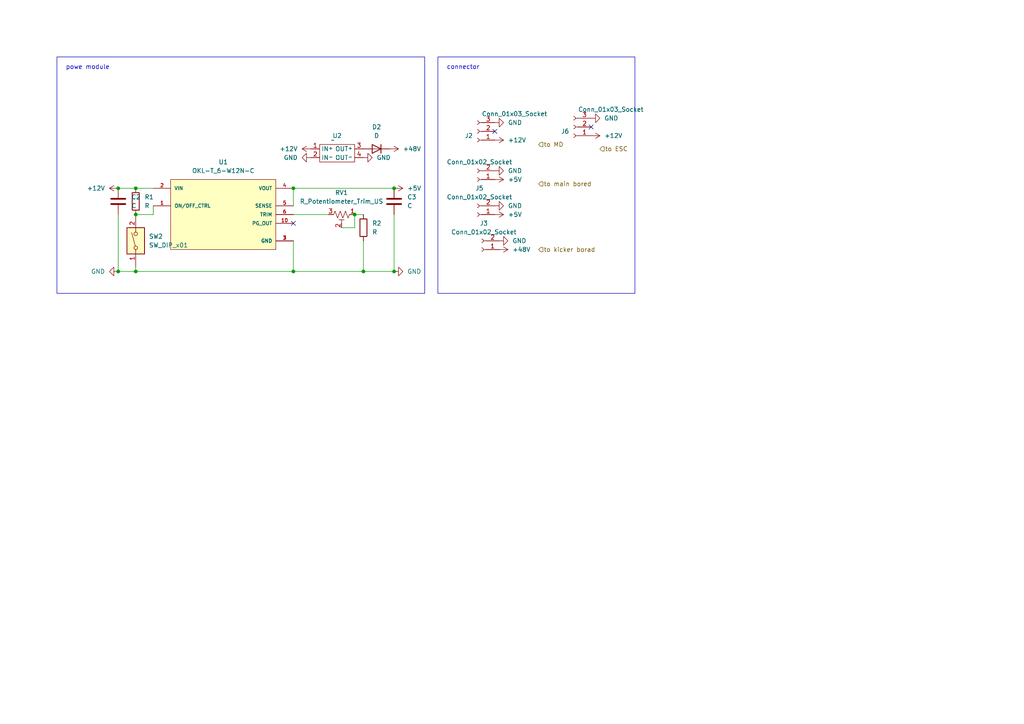
<source format=kicad_sch>
(kicad_sch (version 20230121) (generator eeschema)
  (paper "A4")
  (lib_symbols
    (symbol "Connector:Conn_01x02_Socket" (pin_names (offset 1.016) hide)
      (property "Reference" "J" (at 0 2.54 0))
      (property "Value" "Conn_01x02_Socket" (at 0 -5.08 0))
      (symbol "Conn_01x02_Socket_1_1"
        (arc (start 0 -2.032) (mid -0.5058 -2.54) (end 0 -3.048) (stroke (width 0.1524)))
        (polyline (pts (xy -1.27 -2.54) (xy -0.508 -2.54)) (stroke (width 0.1524)))
        (polyline (pts (xy -1.27 0) (xy -0.508 0)) (stroke (width 0.1524)))
        (arc (start 0 0.508) (mid -0.5058 0) (end 0 -0.508) (stroke (width 0.1524)))
        (pin passive line (at -5.08 0 0) (length 3.81) (name "Pin_1") (number "1"))
        (pin passive line (at -5.08 -2.54 0) (length 3.81) (name "Pin_2") (number "2"))
      )
    )
    (symbol "Connector:Conn_01x03_Socket" (pin_names (offset 1.016) hide)
      (property "Reference" "J" (at 0 5.08 0))
      (property "Value" "Conn_01x03_Socket" (at 0 -5.08 0))
      (symbol "Conn_01x03_Socket_1_1"
        (arc (start 0 -2.032) (mid -0.5058 -2.54) (end 0 -3.048) (stroke (width 0.1524)))
        (polyline (pts (xy -1.27 -2.54) (xy -0.508 -2.54)) (stroke (width 0.1524)))
        (polyline (pts (xy -1.27 0) (xy -0.508 0)) (stroke (width 0.1524)))
        (polyline (pts (xy -1.27 2.54) (xy -0.508 2.54)) (stroke (width 0.1524)))
        (arc (start 0 0.508) (mid -0.5058 0) (end 0 -0.508) (stroke (width 0.1524)))
        (arc (start 0 3.048) (mid -0.5058 2.54) (end 0 2.032) (stroke (width 0.1524)))
        (pin passive line (at -5.08 2.54 0) (length 3.81) (name "Pin_1") (number "1"))
        (pin passive line (at -5.08 0 0) (length 3.81) (name "Pin_2") (number "2"))
        (pin passive line (at -5.08 -2.54 0) (length 3.81) (name "Pin_3") (number "3"))
      )
    )
    (symbol "Device:C" (pin_numbers hide) (pin_names (offset 0.254))
      (property "Reference" "C" (at 0.635 2.54 0))
      (property "Value" "C" (at 0.635 -2.54 0))
      (symbol "C_0_1"
        (polyline (pts (xy -2.032 -0.762) (xy 2.032 -0.762)) (stroke (width 0.508)))
        (polyline (pts (xy -2.032 0.762) (xy 2.032 0.762)) (stroke (width 0.508)))
      )
      (symbol "C_1_1"
        (pin passive line (at 0 3.81 270) (length 2.794) (name "~") (number "1"))
        (pin passive line (at 0 -3.81 90) (length 2.794) (name "~") (number "2"))
      )
    )
    (symbol "Device:D" (pin_numbers hide) (pin_names (offset 1.016) hide)
      (property "Reference" "D" (at 0 2.54 0))
      (property "Value" "D" (at 0 -2.54 0))
      (symbol "D_0_1"
        (polyline (pts (xy -1.27 1.27) (xy -1.27 -1.27)) (stroke (width 0.254)))
        (polyline (pts (xy 1.27 0) (xy -1.27 0)))
        (polyline (pts (xy 1.27 1.27) (xy 1.27 -1.27) (xy -1.27 0) (xy 1.27 1.27)) (stroke (width 0.254)))
      )
      (symbol "D_1_1"
        (pin passive line (at -3.81 0 0) (length 2.54) (name "K") (number "1"))
        (pin passive line (at 3.81 0 180) (length 2.54) (name "A") (number "2"))
      )
    )
    (symbol "Device:R" (pin_numbers hide) (pin_names (offset 0))
      (property "Reference" "R" (at 2.032 0 90))
      (property "Value" "R" (at 0 0 90))
      (symbol "R_0_1"
        (rectangle (start -1.016 -2.54) (end 1.016 2.54) (stroke (width 0.254)))
      )
      (symbol "R_1_1"
        (pin passive line (at 0 3.81 270) (length 1.27) (name "~") (number "1"))
        (pin passive line (at 0 -3.81 90) (length 1.27) (name "~") (number "2"))
      )
    )
    (symbol "Device:R_Potentiometer_Trim_US" (pin_names (offset 1.016) hide)
      (property "Reference" "RV" (at -4.445 0 90))
      (property "Value" "R_Potentiometer_Trim_US" (at -2.54 0 90))
      (symbol "R_Potentiometer_Trim_US_0_1"
        (polyline (pts (xy 0 -2.286) (xy 0 -2.54)))
        (polyline (pts (xy 0 2.286) (xy 0 2.54)))
        (polyline (pts (xy 1.524 0.762) (xy 1.524 -0.762)))
        (polyline (pts (xy 2.54 0) (xy 1.524 0)))
        (polyline (pts (xy 0 -0.762) (xy 1.016 -1.143) (xy 0 -1.524) (xy -1.016 -1.905) (xy 0 -2.286)))
        (polyline (pts (xy 0 0.762) (xy 1.016 0.381) (xy 0 0) (xy -1.016 -0.381) (xy 0 -0.762)))
        (polyline (pts (xy 0 2.286) (xy 1.016 1.905) (xy 0 1.524) (xy -1.016 1.143) (xy 0 0.762)))
      )
      (symbol "R_Potentiometer_Trim_US_1_1"
        (pin passive line (at 0 3.81 270) (length 1.27) (name "1") (number "1"))
        (pin passive line (at 3.81 0 180) (length 1.27) (name "2") (number "2"))
        (pin passive line (at 0 -3.81 90) (length 1.27) (name "3") (number "3"))
      )
    )
    (symbol "OKL-T_6-W12N-C:OKL-T_6-W12N-C" (pin_names (offset 1.016))
      (property "Reference" "U" (at -15.24 10.922 0))
      (property "Value" "OKL-T_6-W12N-C" (at -15.24 -12.7 0))
      (symbol "OKL-T_6-W12N-C_0_0"
        (rectangle (start -15.24 -10.16) (end 15.24 10.16) (stroke (width 0.1524)) (fill (type background)))
        (pin input line (at -20.32 2.54 0) (length 5.08) (name "ON/OFF_CTRL") (number "1"))
        (pin output line (at 20.32 -2.54 180) (length 5.08) (name "PG_OUT") (number "10"))
        (pin input line (at -20.32 7.62 0) (length 5.08) (name "VIN") (number "2"))
        (pin power_in line (at 20.32 -7.62 180) (length 5.08) (name "GND") (number "3"))
        (pin output line (at 20.32 7.62 180) (length 5.08) (name "VOUT") (number "4"))
        (pin input line (at 20.32 2.54 180) (length 5.08) (name "SENSE") (number "5"))
        (pin input line (at 20.32 0 180) (length 5.08) (name "TRIM") (number "6"))
        (pin power_in line (at 20.32 -7.62 180) (length 5.08) (name "GND") (number "7"))
      )
    )
    (symbol "Switch:SW_DIP_x01" (pin_names (offset 0) hide)
      (property "Reference" "SW" (at 0 3.81 0))
      (property "Value" "SW_DIP_x01" (at 0 -3.81 0))
      (symbol "SW_DIP_x01_0_0"
        (circle (center -2.032 0) (radius 0.508))
        (polyline (pts (xy -1.524 0.127) (xy 2.3622 1.1684)))
        (circle (center 2.032 0) (radius 0.508))
      )
      (symbol "SW_DIP_x01_0_1"
        (rectangle (start -3.81 2.54) (end 3.81 -2.54) (stroke (width 0.254)) (fill (type background)))
      )
      (symbol "SW_DIP_x01_1_1"
        (pin passive line (at -7.62 0 0) (length 5.08) (name "~") (number "1"))
        (pin passive line (at 7.62 0 180) (length 5.08) (name "~") (number "2"))
      )
    )
    (symbol "XL6009:XL6009"
      (property "Reference" "U" (at 0 0 0))
      (symbol "XL6009_0_1"
        (rectangle (start -3.81 -1.27) (end 6.35 -6.35))
      )
      (symbol "XL6009_1_1"
        (pin input line (at -6.35 -2.54 0) (length 2.54) (name "IN＋") (number "1"))
        (pin input line (at -6.35 -5.08 0) (length 2.54) (name "IN－") (number "2"))
        (pin input line (at 8.89 -2.54 180) (length 2.54) (name "OUT＋") (number "3"))
        (pin input line (at 8.89 -5.08 180) (length 2.54) (name "OUT－") (number "4"))
      )
    )
    (symbol "power:+12V" (power) (pin_names (offset 0))
      (property "Value" "+12V" (at 0 3.556 0))
      (symbol "+12V_0_1"
        (polyline (pts (xy -0.762 1.27) (xy 0 2.54)))
        (polyline (pts (xy 0 0) (xy 0 2.54)))
        (polyline (pts (xy 0 2.54) (xy 0.762 1.27)))
      )
      (symbol "+12V_1_1"
        (pin power_in line (at 0 0 90) (length 0) hide (name "+12V") (number "1"))
      )
    )
    (symbol "power:+48V" (power) (pin_names (offset 0))
      (property "Value" "+48V" (at 0 3.556 0))
      (symbol "+48V_0_1"
        (polyline (pts (xy -0.762 1.27) (xy 0 2.54)))
        (polyline (pts (xy 0 0) (xy 0 2.54)))
        (polyline (pts (xy 0 2.54) (xy 0.762 1.27)))
      )
      (symbol "+48V_1_1"
        (pin power_in line (at 0 0 90) (length 0) hide (name "+48V") (number "1"))
      )
    )
    (symbol "power:+5V" (power) (pin_names (offset 0))
      (property "Value" "+5V" (at 0 3.556 0))
      (symbol "+5V_0_1"
        (polyline (pts (xy -0.762 1.27) (xy 0 2.54)))
        (polyline (pts (xy 0 0) (xy 0 2.54)))
        (polyline (pts (xy 0 2.54) (xy 0.762 1.27)))
      )
      (symbol "+5V_1_1"
        (pin power_in line (at 0 0 90) (length 0) hide (name "+5V") (number "1"))
      )
    )
    (symbol "power:GND" (power) (pin_names (offset 0))
      (property "Value" "GND" (at 0 -3.81 0))
      (symbol "GND_0_1"
        (polyline (pts (xy 0 0) (xy 0 -1.27) (xy 1.27 -1.27) (xy 0 -2.54) (xy -1.27 -1.27) (xy 0 -1.27)))
      )
      (symbol "GND_1_1"
        (pin power_in line (at 0 0 270) (length 0) hide (name "GND") (number "1"))
      )
    )
  )
  (junction (at 105.41 78.74))
  (junction (at 39.37 54.61))
  (junction (at 102.87 62.23))
  (junction (at 85.09 78.74))
  (junction (at 114.3 54.61))
  (junction (at 114.3 78.74))
  (junction (at 39.37 62.23))
  (junction (at 39.37 78.74))
  (junction (at 85.09 54.61))
  (junction (at 34.29 54.61))
  (junction (at 34.29 78.74))
  (no_connect (at 171.45 36.83))
  (no_connect (at 143.51 38.1))
  (no_connect (at 85.09 64.77))
  (wire (pts (xy 102.87 66.04) (xy 102.87 62.23)))
  (wire (pts (xy 34.29 62.23) (xy 34.29 78.74)))
  (wire (pts (xy 85.09 54.61) (xy 85.09 59.69)))
  (wire (pts (xy 114.3 62.23) (xy 114.3 78.74)))
  (wire (pts (xy 85.09 62.23) (xy 95.25 62.23)))
  (wire (pts (xy 39.37 78.74) (xy 39.37 77.47)))
  (wire (pts (xy 105.41 78.74) (xy 105.41 69.85)))
  (wire (pts (xy 105.41 62.23) (xy 102.87 62.23)))
  (wire (pts (xy 34.29 78.74) (xy 39.37 78.74)))
  (wire (pts (xy 114.3 78.74) (xy 105.41 78.74)))
  (wire (pts (xy 99.06 66.04) (xy 102.87 66.04)))
  (wire (pts (xy 114.3 54.61) (xy 85.09 54.61)))
  (wire (pts (xy 44.45 62.23) (xy 39.37 62.23)))
  (wire (pts (xy 44.45 59.69) (xy 44.45 62.23)))
  (wire (pts (xy 39.37 54.61) (xy 44.45 54.61)))
  (wire (pts (xy 85.09 78.74) (xy 39.37 78.74)))
  (wire (pts (xy 85.09 78.74) (xy 105.41 78.74)))
  (wire (pts (xy 85.09 69.85) (xy 85.09 78.74)))
  (wire (pts (xy 34.29 54.61) (xy 39.37 54.61)))
  (rectangle (start 127 16.51) (end 184.15 85.09))
  (rectangle (start 16.51 16.51) (end 123.19 85.09))
  (text "powe module\n" (at 19.05 20.32 0) (effects (font (size 1.27 1.27)) (justify left bottom)))
  (text "connector\n" (at 129.54 20.32 0) (effects (font (size 1.27 1.27)) (justify left bottom)))
  (hierarchical_label "to kicker borad" (shape input) (at 156.21 72.39 0))
  (hierarchical_label "to main bored" (shape input) (at 156.21 53.34 0))
  (hierarchical_label "to ESC" (shape input) (at 173.99 43.18 0))
  (hierarchical_label "to MD" (shape input) (at 156.21 41.91 0))
  (symbol (lib_id "Connector:Conn_01x03_Socket") (at 166.37 36.83 180) (unit 1)
    (property "Reference" "J6" (at 165.1 38.1 0) (effects (justify left)))
    (property "Value" "Conn_01x03_Socket" (at 186.69 31.75 0) (effects (justify left)))
    (property "Footprint" "Connector_JST:JST_XH_B3B-XH-A_1x03_P2.50mm_Vertical" (effects hide))
  )
  (symbol (lib_id "power:+48V") (at 113.03 43.18 270) (unit 1)
    (property "Reference" "#PWR018" (effects hide))
    (property "Value" "+48V" (at 116.84 43.18 90) (effects (justify left)))
  )
  (symbol (lib_id "Device:R") (at 105.41 66.04 0) (unit 1)
    (property "Reference" "R2" (at 107.95 64.77 0) (effects (justify left)))
    (property "Value" "R" (at 107.95 67.31 0) (effects (justify left)))
    (property "Footprint" "Resistor_THT:R_Axial_DIN0204_L3.6mm_D1.6mm_P5.08mm_Horizontal" (effects hide))
  )
  (symbol (lib_id "power:GND") (at 144.78 69.85 90) (unit 1)
    (property "Reference" "#PWR020" (effects hide))
    (property "Value" "GND" (at 148.59 69.85 90) (effects (justify right)))
  )
  (symbol (lib_id "power:GND") (at 114.3 78.74 90) (unit 1)
    (property "Reference" "#PWR06" (effects hide))
    (property "Value" "GND" (at 118.11 78.74 90) (effects (justify right)))
  )
  (symbol (lib_id "power:+5V") (at 114.3 54.61 270) (unit 1)
    (property "Reference" "#PWR05" (effects hide))
    (property "Value" "+5V" (at 118.11 54.61 90) (effects (justify left)))
  )
  (symbol (lib_id "power:GND") (at 105.41 45.72 90) (unit 1)
    (property "Reference" "#PWR017" (effects hide))
    (property "Value" "GND" (at 109.22 45.72 90) (effects (justify right)))
  )
  (symbol (lib_id "Device:R_Potentiometer_Trim_US") (at 99.06 62.23 270) (unit 1)
    (property "Reference" "RV1" (at 99.06 55.88 90))
    (property "Value" "R_Potentiometer_Trim_US" (at 99.06 58.42 90))
    (property "Footprint" "Potentiometer_THT:Potentiometer_Bourns_3296W_Vertical" (effects hide))
  )
  (symbol (lib_id "Switch:SW_DIP_x01") (at 39.37 69.85 90) (unit 1)
    (property "Reference" "SW2" (at 43.18 68.58 90) (effects (justify right)))
    (property "Value" "SW_DIP_x01" (at 43.18 71.12 90) (effects (justify right)))
    (property "Footprint" "Connector_JST:JST_XH_B3B-XH-A_1x03_P2.50mm_Vertical" (effects hide))
  )
  (symbol (lib_id "power:GND") (at 90.17 45.72 270) (unit 1)
    (property "Reference" "#PWR012" (effects hide))
    (property "Value" "GND" (at 86.36 45.72 90) (effects (justify right)))
  )
  (symbol (lib_id "OKL-T_6-W12N-C:OKL-T_6-W12N-C") (at 64.77 62.23 0) (unit 1)
    (property "Reference" "U1" (at 64.77 46.99 0))
    (property "Value" "OKL-T_6-W12N-C" (at 64.77 49.53 0))
    (property "Footprint" "_Others:DCDC-murata-6A" (effects hide))
  )
  (symbol (lib_id "XL6009:XL6009") (at 96.52 40.64 0) (unit 1)
    (property "Reference" "U2" (at 97.79 39.37 0))
    (property "Value" "~" (at 96.52 40.64 0))
    (property "Footprint" "XL6009:XL6009" (effects hide))
  )
  (symbol (lib_id "power:+5V") (at 143.51 52.07 270) (unit 1)
    (property "Reference" "#PWR014" (effects hide))
    (property "Value" "+5V" (at 147.32 52.07 90) (effects (justify left)))
  )
  (symbol (lib_id "Device:C") (at 34.29 58.42 0) (unit 1)
    (property "Reference" "C2" (at 38.1 57.15 0) (effects (justify left)))
    (property "Value" "C" (at 38.1 59.69 0) (effects (justify left)))
    (property "Footprint" "Capacitor_THT:C_Disc_D3.8mm_W2.6mm_P2.50mm" (effects hide))
  )
  (symbol (lib_id "Connector:Conn_01x03_Socket") (at 138.43 38.1 180) (unit 1)
    (property "Reference" "J2" (at 137.16 39.37 0) (effects (justify left)))
    (property "Value" "Conn_01x03_Socket" (at 158.75 33.02 0) (effects (justify left)))
    (property "Footprint" "Connector_JST:JST_XH_B3B-XH-A_1x03_P2.50mm_Vertical" (effects hide))
  )
  (symbol (lib_id "power:+12V") (at 34.29 54.61 90) (unit 1)
    (property "Reference" "#PWR04" (effects hide))
    (property "Value" "+12V" (at 30.48 54.61 90) (effects (justify left)))
  )
  (symbol (lib_id "power:GND") (at 34.29 78.74 270) (unit 1)
    (property "Reference" "#PWR03" (effects hide))
    (property "Value" "GND" (at 30.48 78.74 90) (effects (justify right)))
  )
  (symbol (lib_id "Connector:Conn_01x02_Socket") (at 138.43 52.07 180) (unit 1)
    (property "Reference" "J4" (effects hide))
    (property "Value" "Conn_01x02_Socket" (at 139.065 46.99 0))
    (property "Footprint" "Connector_JST:JST_XH_B2B-XH-A_1x02_P2.50mm_Vertical" (effects hide))
  )
  (symbol (lib_id "power:GND") (at 143.51 35.56 90) (unit 1)
    (property "Reference" "#PWR09" (effects hide))
    (property "Value" "GND" (at 147.32 35.56 90) (effects (justify right)))
  )
  (symbol (lib_id "Device:C") (at 114.3 58.42 0) (unit 1)
    (property "Reference" "C3" (at 118.11 57.15 0) (effects (justify left)))
    (property "Value" "C" (at 118.11 59.69 0) (effects (justify left)))
    (property "Footprint" "Capacitor_THT:C_Disc_D3.8mm_W2.6mm_P2.50mm" (effects hide))
  )
  (symbol (lib_id "power:GND") (at 143.51 59.69 90) (unit 1)
    (property "Reference" "#PWR015" (effects hide))
    (property "Value" "GND" (at 147.32 59.69 90) (effects (justify right)))
  )
  (symbol (lib_id "power:GND") (at 171.45 34.29 90) (unit 1)
    (property "Reference" "#PWR021" (effects hide))
    (property "Value" "GND" (at 175.26 34.29 90) (effects (justify right)))
  )
  (symbol (lib_id "power:+12V") (at 143.51 40.64 270) (unit 1)
    (property "Reference" "#PWR010" (effects hide))
    (property "Value" "+12V" (at 147.32 40.64 90) (effects (justify left)))
  )
  (symbol (lib_id "Connector:Conn_01x02_Socket") (at 139.7 72.39 180) (unit 1)
    (property "Reference" "J3" (at 140.335 64.77 0))
    (property "Value" "Conn_01x02_Socket" (at 140.335 67.31 0))
    (property "Footprint" "Connector_JST:JST_VH_B2P-VH_1x02_P3.96mm_Vertical" (effects hide))
  )
  (symbol (lib_id "power:+48V") (at 144.78 72.39 270) (unit 1)
    (property "Reference" "#PWR019" (effects hide))
    (property "Value" "+48V" (at 148.59 72.39 90) (effects (justify left)))
  )
  (symbol (lib_id "power:+12V") (at 90.17 43.18 90) (unit 1)
    (property "Reference" "#PWR011" (effects hide))
    (property "Value" "+12V" (at 86.36 43.18 90) (effects (justify left)))
  )
  (symbol (lib_id "Device:R") (at 39.37 58.42 0) (unit 1)
    (property "Reference" "R1" (at 41.91 57.15 0) (effects (justify left)))
    (property "Value" "R" (at 41.91 59.69 0) (effects (justify left)))
    (property "Footprint" "Resistor_THT:R_Axial_DIN0204_L3.6mm_D1.6mm_P5.08mm_Horizontal" (effects hide))
  )
  (symbol (lib_id "power:GND") (at 143.51 49.53 90) (unit 1)
    (property "Reference" "#PWR013" (effects hide))
    (property "Value" "GND" (at 147.32 49.53 90) (effects (justify right)))
  )
  (symbol (lib_id "Connector:Conn_01x02_Socket") (at 138.43 62.23 180) (unit 1)
    (property "Reference" "J5" (at 139.065 54.61 0))
    (property "Value" "Conn_01x02_Socket" (at 139.065 57.15 0))
    (property "Footprint" "Connector_JST:JST_XH_B2B-XH-A_1x02_P2.50mm_Vertical" (effects hide))
  )
  (symbol (lib_id "Device:D") (at 109.22 43.18 180) (unit 1)
    (property "Reference" "D2" (at 109.22 36.83 0))
    (property "Value" "D" (at 109.22 39.37 0))
    (property "Footprint" "Diode_THT:D_DO-15_P10.16mm_Horizontal" (effects hide))
    (property "Sim.Device" "D" (effects hide))
    (property "Sim.Pins" "1=K 2=A" (effects hide))
  )
  (symbol (lib_id "power:+12V") (at 171.45 39.37 270) (unit 1)
    (property "Reference" "#PWR022" (effects hide))
    (property "Value" "+12V" (at 175.26 39.37 90) (effects (justify left)))
  )
  (symbol (lib_id "power:+5V") (at 143.51 62.23 270) (unit 1)
    (property "Reference" "#PWR016" (effects hide))
    (property "Value" "+5V" (at 147.32 62.23 90) (effects (justify left)))
  )
)
</source>
